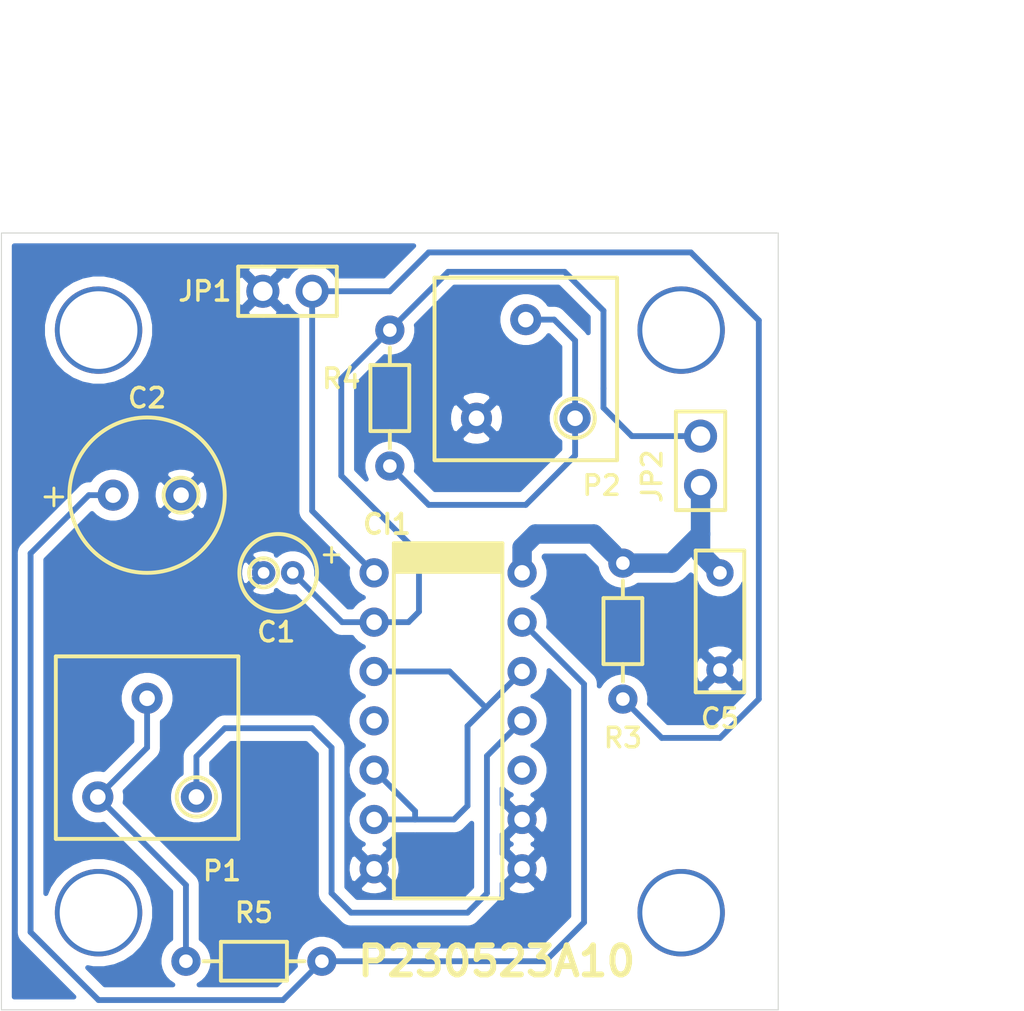
<source format=kicad_pcb>
(kicad_pcb (version 20171130) (host pcbnew "(5.1.12)-1")

  (general
    (thickness 1.6)
    (drawings 7)
    (tracks 91)
    (zones 0)
    (modules 11)
    (nets 12)
  )

  (page A4)
  (layers
    (0 F.Cu signal)
    (31 B.Cu signal)
    (32 B.Adhes user)
    (33 F.Adhes user)
    (34 B.Paste user)
    (35 F.Paste user)
    (36 B.SilkS user)
    (37 F.SilkS user)
    (38 B.Mask user)
    (39 F.Mask user)
    (40 Dwgs.User user)
    (41 Cmts.User user)
    (42 Eco1.User user)
    (43 Eco2.User user)
    (44 Edge.Cuts user)
    (45 Margin user)
    (46 B.CrtYd user)
    (47 F.CrtYd user)
    (48 B.Fab user)
    (49 F.Fab user)
  )

  (setup
    (last_trace_width 0.25)
    (user_trace_width 0.3)
    (user_trace_width 1)
    (trace_clearance 0.2)
    (zone_clearance 0.508)
    (zone_45_only no)
    (trace_min 0.2)
    (via_size 0.8)
    (via_drill 0.4)
    (via_min_size 0.4)
    (via_min_drill 0.3)
    (user_via 4.5 4)
    (uvia_size 0.3)
    (uvia_drill 0.1)
    (uvias_allowed no)
    (uvia_min_size 0.2)
    (uvia_min_drill 0.1)
    (edge_width 0.05)
    (segment_width 0.2)
    (pcb_text_width 0.3)
    (pcb_text_size 1.5 1.5)
    (mod_edge_width 0.12)
    (mod_text_size 1 1)
    (mod_text_width 0.15)
    (pad_size 1.524 1.524)
    (pad_drill 0.762)
    (pad_to_mask_clearance 0)
    (aux_axis_origin 0 0)
    (visible_elements 7FFFF77F)
    (pcbplotparams
      (layerselection 0x01070_fffffffe)
      (usegerberextensions false)
      (usegerberattributes true)
      (usegerberadvancedattributes true)
      (creategerberjobfile true)
      (excludeedgelayer true)
      (linewidth 0.100000)
      (plotframeref false)
      (viasonmask false)
      (mode 1)
      (useauxorigin false)
      (hpglpennumber 1)
      (hpglpenspeed 20)
      (hpglpendiameter 15.000000)
      (psnegative false)
      (psa4output false)
      (plotreference true)
      (plotvalue true)
      (plotinvisibletext false)
      (padsonsilk false)
      (subtractmaskfromsilk false)
      (outputformat 1)
      (mirror false)
      (drillshape 0)
      (scaleselection 1)
      (outputdirectory "Gerbers/"))
  )

  (net 0 "")
  (net 1 "Net-(C1-Pad1)")
  (net 2 GND)
  (net 3 "Net-(C2-Pad1)")
  (net 4 +9.0V)
  (net 5 "Net-(CI1-Pad1)")
  (net 6 "Net-(CI1-Pad11)")
  (net 7 "Net-(CI1-Pad12)")
  (net 8 "Net-(CI1-Pad4)")
  (net 9 "Net-(CI1-Pad10)")
  (net 10 "Net-(P1-Pad2)")
  (net 11 "Net-(P2-Pad1)")

  (net_class Default "This is the default net class."
    (clearance 0.2)
    (trace_width 0.25)
    (via_dia 0.8)
    (via_drill 0.4)
    (uvia_dia 0.3)
    (uvia_drill 0.1)
    (add_net +9.0V)
    (add_net GND)
    (add_net "Net-(C1-Pad1)")
    (add_net "Net-(C2-Pad1)")
    (add_net "Net-(CI1-Pad1)")
    (add_net "Net-(CI1-Pad10)")
    (add_net "Net-(CI1-Pad11)")
    (add_net "Net-(CI1-Pad12)")
    (add_net "Net-(CI1-Pad4)")
    (add_net "Net-(P1-Pad2)")
    (add_net "Net-(P2-Pad1)")
  )

  (module "Capacitores:Capacitor(Eletrolitico)-Radial(4.0x7.0)mm-(Azul_Marinho)" (layer F.Cu) (tedit 62273615) (tstamp 6497372C)
    (at 139.25 137.5 180)
    (descr "Capacitor eletrolítico de aluminio, Pth, Radial(D=4.0mm A=7.0mm Passo=1.5mm)")
    (tags "Capacitor,Capacitor(Eletrolitico),Radial(4.0)")
    (path /64984727)
    (fp_text reference C1 (at 0.1 -3.05) (layer F.SilkS)
      (effects (font (size 1 1) (thickness 0.18)))
    )
    (fp_text value "10uF(25V)-Panasonic(FCA)" (at 0 -5.1) (layer F.Fab) hide
      (effects (font (size 1 1) (thickness 0.15)))
    )
    (fp_circle (center 0.75 0) (end 0 0) (layer F.SilkS) (width 0.2))
    (fp_circle (center 0 0) (end 2 0) (layer F.SilkS) (width 0.2))
    (fp_text user + (at -2.75 1) (layer F.SilkS)
      (effects (font (size 1 1) (thickness 0.15)))
    )
    (pad 1 thru_hole circle (at -0.75 0 180) (size 1.2 1.2) (drill 0.6) (layers *.Cu *.Mask)
      (net 1 "Net-(C1-Pad1)") (solder_mask_margin 0.1))
    (pad 2 thru_hole circle (at 0.75 0 180) (size 1.2 1.2) (drill 0.6) (layers *.Cu *.Mask)
      (net 2 GND) (solder_mask_margin 0.1))
    (model "${USER__3D}/Capacitores.3dshapes/Capacitor Eletrolitico Radial, Pth (D=4.0 H=7.0 P=1.5)mm, Azul Marinho.step"
      (at (xyz 0 0 0))
      (scale (xyz 1 1 1))
      (rotate (xyz 0 0 0))
    )
  )

  (module "Capacitores:Capacitor(Eletrolitico)-Radial(8.0x11.5)mm-(Azul_Marinho)" (layer F.Cu) (tedit 622736B2) (tstamp 64973735)
    (at 132.5 133.5)
    (descr "Capacitor eletrolítico de aluminio, Pth, Radial(D=8.0mm A=11.0mm Passo=3.5mm)")
    (tags "Capacitor,Capacitor(Eletrolitico),Radial(8.0)")
    (path /649B1A51)
    (fp_text reference C2 (at 0 -5) (layer F.SilkS)
      (effects (font (size 1 1) (thickness 0.18)))
    )
    (fp_text value "220uF(16V)-Panasonic(FCA)" (at 0 -6.5) (layer F.Fab) hide
      (effects (font (size 1 1) (thickness 0.15)))
    )
    (fp_circle (center -0.000499 0) (end 4 -0.05) (layer F.SilkS) (width 0.2))
    (fp_circle (center 1.748613 0) (end 2.648613 0) (layer F.SilkS) (width 0.2))
    (fp_text user + (at -4.8 0) (layer F.SilkS)
      (effects (font (size 1.2 1.2) (thickness 0.15)))
    )
    (pad 1 thru_hole circle (at -1.75 0) (size 1.6 1.6) (drill 0.8) (layers *.Cu *.Mask)
      (net 3 "Net-(C2-Pad1)") (solder_mask_margin 0.1))
    (pad 2 thru_hole circle (at 1.75 0) (size 1.6 1.6) (drill 0.8) (layers *.Cu *.Mask)
      (net 2 GND) (solder_mask_margin 0.1))
    (model "${USER__3D}/Capacitores.3dshapes/Capacitor Eletrolitico Radial, Pth (D=8.0 H=11.5 P=3.5)mm, Azul Marinho.step"
      (at (xyz 0 0 0))
      (scale (xyz 1 1 1))
      (rotate (xyz 0 0 0))
    )
  )

  (module "Capacitores:Capacitor(MKT)-TDK(B32529)-(7.3x2.5x6.5)mm" (layer F.Cu) (tedit 622A3979) (tstamp 6497373F)
    (at 162 140 270)
    (descr "Capacitor de filme de poliester, Pth, (Passo=5.0mm)")
    (tags "Capacitor,Capacitor(MKT)")
    (path /64998106)
    (fp_text reference C5 (at 5 0 180) (layer F.SilkS)
      (effects (font (size 1 1) (thickness 0.18)))
    )
    (fp_text value "10nF(63V)-TDK(B32529)-(10%)" (at 0 -4.25 90) (layer F.Fab) hide
      (effects (font (size 1 1) (thickness 0.15)))
    )
    (fp_line (start -3.65 1.25) (end -3.65 -1.25) (layer F.SilkS) (width 0.2))
    (fp_line (start 3.65 1.25) (end -3.65 1.25) (layer F.SilkS) (width 0.2))
    (fp_line (start 3.65 -1.25) (end 3.65 1.25) (layer F.SilkS) (width 0.2))
    (fp_line (start -3.65 -1.25) (end 3.65 -1.25) (layer F.SilkS) (width 0.2))
    (pad 1 thru_hole circle (at -2.5 0 270) (size 1.4 1.4) (drill 0.7) (layers *.Cu *.Mask)
      (net 4 +9.0V) (solder_mask_margin 0.1))
    (pad 2 thru_hole circle (at 2.5 0 270) (size 1.4 1.4) (drill 0.7) (layers *.Cu *.Mask)
      (net 2 GND) (solder_mask_margin 0.1))
    (model "${USER__3D}/Capacitores.3dshapes/(Tdk) B32529, (L=7.3 W=2.5 H=6.5 P=5.0)mm-Azul.step"
      (offset (xyz -3.65 0 0.1))
      (scale (xyz 1 1 1))
      (rotate (xyz 0 0 0))
    )
  )

  (module DIP:PDIP014N (layer F.Cu) (tedit 6231FAEF) (tstamp 6497375A)
    (at 148 137.5 270)
    (descr "Package DIP14N (Plastico)")
    (tags "Package(DIP14)")
    (path /64970A31)
    (fp_text reference CI1 (at -2.5 4.5 180) (layer F.SilkS)
      (effects (font (size 1 1) (thickness 0.2)) (justify left))
    )
    (fp_text value CD4093BE (at -1.524 -7.366 90) (layer F.Fab) hide
      (effects (font (size 1 1) (thickness 0.15)) (justify right))
    )
    (fp_line (start 16.764 -2.794) (end -1.524 -2.794) (layer F.SilkS) (width 0.2))
    (fp_line (start -1.524 2.794) (end 16.764 2.794) (layer F.SilkS) (width 0.2))
    (fp_line (start -1.524 -2.794) (end -1.524 2.794) (layer F.SilkS) (width 0.2))
    (fp_line (start 16.764 -2.794) (end 16.764 2.794) (layer F.SilkS) (width 0.2))
    (fp_poly (pts (xy 0 2.794) (xy -1.524 2.794) (xy -1.524 -2.794) (xy 0 -2.794)) (layer F.SilkS) (width 0.1))
    (fp_line (start -1.524 -4.826) (end 16.764 -4.826) (layer F.CrtYd) (width 0.2))
    (fp_line (start 16.764 -4.826) (end 16.764 4.826) (layer F.CrtYd) (width 0.2))
    (fp_line (start 16.764 4.826) (end -1.524 4.826) (layer F.CrtYd) (width 0.2))
    (fp_line (start -1.524 4.826) (end -1.524 -4.826) (layer F.CrtYd) (width 0.2))
    (pad 1 thru_hole circle (at 0 3.81 270) (size 1.5 1.5) (drill 0.8) (layers *.Cu *.Mask)
      (net 5 "Net-(CI1-Pad1)") (solder_mask_margin 0.1))
    (pad 2 thru_hole circle (at 2.54 3.81 270) (size 1.5 1.5) (drill 0.8) (layers *.Cu *.Mask)
      (net 1 "Net-(C1-Pad1)") (solder_mask_margin 0.1))
    (pad 11 thru_hole circle (at 7.62 -3.81 270) (size 1.5 1.5) (drill 0.8) (layers *.Cu *.Mask)
      (net 6 "Net-(CI1-Pad11)") (solder_mask_margin 0.1))
    (pad 12 thru_hole circle (at 5.08 -3.81 270) (size 1.5 1.5) (drill 0.8) (layers *.Cu *.Mask)
      (net 7 "Net-(CI1-Pad12)") (solder_mask_margin 0.1))
    (pad 3 thru_hole circle (at 5.08 3.81 270) (size 1.5 1.5) (drill 0.8) (layers *.Cu *.Mask)
      (net 7 "Net-(CI1-Pad12)") (solder_mask_margin 0.1))
    (pad 4 thru_hole circle (at 7.62 3.81 270) (size 1.5 1.5) (drill 0.8) (layers *.Cu *.Mask)
      (net 8 "Net-(CI1-Pad4)") (solder_mask_margin 0.1))
    (pad 14 thru_hole circle (at 0 -3.81 270) (size 1.5 1.5) (drill 0.8) (layers *.Cu *.Mask)
      (net 4 +9.0V) (solder_mask_margin 0.1))
    (pad 13 thru_hole circle (at 2.54 -3.81 270) (size 1.5 1.5) (drill 0.8) (layers *.Cu *.Mask)
      (net 3 "Net-(C2-Pad1)") (solder_mask_margin 0.1))
    (pad 5 thru_hole circle (at 10.16 3.81 270) (size 1.5 1.5) (drill 0.8) (layers *.Cu *.Mask)
      (net 7 "Net-(CI1-Pad12)") (solder_mask_margin 0.1))
    (pad 6 thru_hole circle (at 12.7 3.81 270) (size 1.5 1.5) (drill 0.8) (layers *.Cu *.Mask)
      (net 7 "Net-(CI1-Pad12)") (solder_mask_margin 0.1))
    (pad 7 thru_hole circle (at 15.24 3.81 270) (size 1.5 1.5) (drill 0.8) (layers *.Cu *.Mask)
      (net 2 GND) (solder_mask_margin 0.1))
    (pad 9 thru_hole circle (at 12.7 -3.81 270) (size 1.5 1.5) (drill 0.8) (layers *.Cu *.Mask)
      (net 2 GND) (solder_mask_margin 0.1))
    (pad 10 thru_hole circle (at 10.16 -3.81 270) (size 1.5 1.5) (drill 0.8) (layers *.Cu *.Mask)
      (net 9 "Net-(CI1-Pad10)") (solder_mask_margin 0.1))
    (pad 8 thru_hole circle (at 15.24 -3.81 270) (size 1.5 1.5) (drill 0.8) (layers *.Cu *.Mask)
      (net 2 GND) (solder_mask_margin 0.1))
    (model ${USER__3D}/DIP.3dshapes/DIP14N.step
      (offset (xyz 7.62 0 -2.6))
      (scale (xyz 1 1 1))
      (rotate (xyz 0 0 -90))
    )
  )

  (module Conetores:BPSC-02 (layer F.Cu) (tedit 6230873E) (tstamp 64973768)
    (at 141 123 180)
    (descr "Barra de pinos de fila simples,Pth,180°,6.0mm")
    (tags "Conector(BP), Conector(BPSC), Barra de pinos")
    (path /6497B29D)
    (fp_text reference JP1 (at 7 0) (layer F.SilkS)
      (effects (font (size 1 1) (thickness 0.18)) (justify left))
    )
    (fp_text value "BPSC-02(Metaltex-BP)" (at -1.524 -3.81) (layer F.Fab) hide
      (effects (font (size 1 1) (thickness 0.15)) (justify right))
    )
    (fp_line (start -1.27 -1.27) (end 3.81 -1.27) (layer F.SilkS) (width 0.2))
    (fp_line (start 3.81 -1.27) (end 3.81 1.27) (layer F.SilkS) (width 0.2))
    (fp_line (start 3.81 1.27) (end -1.27 1.27) (layer F.SilkS) (width 0.2))
    (fp_line (start -1.27 1.27) (end -1.27 -1.27) (layer F.SilkS) (width 0.2))
    (fp_line (start -1.27 -1.27) (end 3.81 -1.27) (layer F.CrtYd) (width 0.2))
    (fp_line (start 3.81 -1.27) (end 3.81 1.27) (layer F.CrtYd) (width 0.2))
    (fp_line (start 3.81 1.27) (end -1.27 1.27) (layer F.CrtYd) (width 0.2))
    (fp_line (start -1.27 1.27) (end -1.27 -1.27) (layer F.CrtYd) (width 0.2))
    (pad 1 thru_hole circle (at 0 0 180) (size 1.7 1.7) (drill 1) (layers *.Cu *.Mask)
      (net 5 "Net-(CI1-Pad1)") (solder_mask_margin 0.1))
    (pad 2 thru_hole circle (at 2.54 0 180) (size 1.7 1.7) (drill 1) (layers *.Cu *.Mask)
      (net 2 GND) (solder_mask_margin 0.1))
    (model "${USER__3D}/Conectores.3dshapes/(Metaltex) Barra de pinos BPSC-02.step"
      (offset (xyz -1.27 -1.27 0))
      (scale (xyz 1 1 1))
      (rotate (xyz 0 0 0))
    )
  )

  (module Conetores:BPSC-02 (layer F.Cu) (tedit 6230873E) (tstamp 64973776)
    (at 161 133 90)
    (descr "Barra de pinos de fila simples,Pth,180°,6.0mm")
    (tags "Conector(BP), Conector(BPSC), Barra de pinos")
    (path /6499D328)
    (fp_text reference JP2 (at -1 -2.5 90) (layer F.SilkS)
      (effects (font (size 1 1) (thickness 0.18)) (justify left))
    )
    (fp_text value "BPSC-02(Metaltex-BP)" (at -1.524 -3.81 90) (layer F.Fab) hide
      (effects (font (size 1 1) (thickness 0.15)) (justify left))
    )
    (fp_line (start -1.27 1.27) (end -1.27 -1.27) (layer F.CrtYd) (width 0.2))
    (fp_line (start 3.81 1.27) (end -1.27 1.27) (layer F.CrtYd) (width 0.2))
    (fp_line (start 3.81 -1.27) (end 3.81 1.27) (layer F.CrtYd) (width 0.2))
    (fp_line (start -1.27 -1.27) (end 3.81 -1.27) (layer F.CrtYd) (width 0.2))
    (fp_line (start -1.27 1.27) (end -1.27 -1.27) (layer F.SilkS) (width 0.2))
    (fp_line (start 3.81 1.27) (end -1.27 1.27) (layer F.SilkS) (width 0.2))
    (fp_line (start 3.81 -1.27) (end 3.81 1.27) (layer F.SilkS) (width 0.2))
    (fp_line (start -1.27 -1.27) (end 3.81 -1.27) (layer F.SilkS) (width 0.2))
    (pad 2 thru_hole circle (at 2.54 0 90) (size 1.7 1.7) (drill 1) (layers *.Cu *.Mask)
      (net 1 "Net-(C1-Pad1)") (solder_mask_margin 0.1))
    (pad 1 thru_hole circle (at 0 0 90) (size 1.7 1.7) (drill 1) (layers *.Cu *.Mask)
      (net 4 +9.0V) (solder_mask_margin 0.1))
    (model "${USER__3D}/Conectores.3dshapes/(Metaltex) Barra de pinos BPSC-02.step"
      (offset (xyz -1.27 -1.27 0))
      (scale (xyz 1 1 1))
      (rotate (xyz 0 0 0))
    )
  )

  (module "Potenciometros:TRIMPOT-Bourns(3386-F)" (layer F.Cu) (tedit 6233280F) (tstamp 64973786)
    (at 132.5 146.5 180)
    (descr "Trimpot retangular Bourns 3386-F, Pth")
    (tags "Potenciometro,Trimpot(3386)")
    (path /649B55ED)
    (fp_text reference P1 (at -4.953 -6.35) (layer F.SilkS)
      (effects (font (size 1 1) (thickness 0.18)) (justify right))
    )
    (fp_text value "10K-Bourns(3386-F)" (at -5.08 -8.001) (layer F.Fab) hide
      (effects (font (size 1 1) (thickness 0.15)) (justify right))
    )
    (fp_line (start -4.699 4.699) (end -4.699 -4.699) (layer F.CrtYd) (width 0.2))
    (fp_line (start 4.699 4.699) (end -4.699 4.699) (layer F.CrtYd) (width 0.2))
    (fp_line (start 4.699 -4.699) (end 4.699 4.699) (layer F.CrtYd) (width 0.2))
    (fp_line (start -4.699 -4.699) (end 4.699 -4.699) (layer F.CrtYd) (width 0.2))
    (fp_line (start -4.7 -4.7) (end 4.7 -4.7) (layer F.SilkS) (width 0.2))
    (fp_line (start 4.7 -4.7) (end 4.7 4.7) (layer F.SilkS) (width 0.2))
    (fp_line (start 4.7 4.7) (end -4.7 4.7) (layer F.SilkS) (width 0.2))
    (fp_line (start -4.7 4.7) (end -4.7 -4.7) (layer F.SilkS) (width 0.2))
    (fp_circle (center -2.54 -2.54) (end -1.524 -2.54) (layer F.SilkS) (width 0.2))
    (pad 3 thru_hole circle (at 2.54 -2.54 180) (size 1.6 1.6) (drill 0.8) (layers *.Cu *.Mask)
      (net 10 "Net-(P1-Pad2)") (solder_mask_margin 0.1))
    (pad 2 thru_hole circle (at 0 2.54 180) (size 1.6 1.6) (drill 0.8) (layers *.Cu *.Mask)
      (net 10 "Net-(P1-Pad2)") (solder_mask_margin 0.1))
    (pad 1 thru_hole circle (at -2.54 -2.54 180) (size 1.6 1.6) (drill 0.8) (layers *.Cu *.Mask)
      (net 6 "Net-(CI1-Pad11)") (solder_mask_margin 0.1))
    (model "${USER__3D}/Potenciometros.3dshapes/(Bourns) Trimpot (3386-F).step"
      (offset (xyz -4.76 -4.8 0.3))
      (scale (xyz 1 1 1))
      (rotate (xyz 0 0 0))
    )
  )

  (module "Potenciometros:TRIMPOT-Bourns(3386-F)" (layer F.Cu) (tedit 6233280F) (tstamp 64973796)
    (at 152 127 180)
    (descr "Trimpot retangular Bourns 3386-F, Pth")
    (tags "Potenciometro,Trimpot(3386)")
    (path /6498C4AB)
    (fp_text reference P2 (at -5 -6) (layer F.SilkS)
      (effects (font (size 1 1) (thickness 0.18)) (justify right))
    )
    (fp_text value "1M-Bourns(3386-F)" (at -5.08 -8.001) (layer F.Fab) hide
      (effects (font (size 1 1) (thickness 0.15)) (justify right))
    )
    (fp_circle (center -2.54 -2.54) (end -1.524 -2.54) (layer F.SilkS) (width 0.2))
    (fp_line (start -4.7 4.7) (end -4.7 -4.7) (layer F.SilkS) (width 0.2))
    (fp_line (start 4.7 4.7) (end -4.7 4.7) (layer F.SilkS) (width 0.2))
    (fp_line (start 4.7 -4.7) (end 4.7 4.7) (layer F.SilkS) (width 0.2))
    (fp_line (start -4.7 -4.7) (end 4.7 -4.7) (layer F.SilkS) (width 0.2))
    (fp_line (start -4.699 -4.699) (end 4.699 -4.699) (layer F.CrtYd) (width 0.2))
    (fp_line (start 4.699 -4.699) (end 4.699 4.699) (layer F.CrtYd) (width 0.2))
    (fp_line (start 4.699 4.699) (end -4.699 4.699) (layer F.CrtYd) (width 0.2))
    (fp_line (start -4.699 4.699) (end -4.699 -4.699) (layer F.CrtYd) (width 0.2))
    (pad 1 thru_hole circle (at -2.54 -2.54 180) (size 1.6 1.6) (drill 0.8) (layers *.Cu *.Mask)
      (net 11 "Net-(P2-Pad1)") (solder_mask_margin 0.1))
    (pad 2 thru_hole circle (at 0 2.54 180) (size 1.6 1.6) (drill 0.8) (layers *.Cu *.Mask)
      (net 11 "Net-(P2-Pad1)") (solder_mask_margin 0.1))
    (pad 3 thru_hole circle (at 2.54 -2.54 180) (size 1.6 1.6) (drill 0.8) (layers *.Cu *.Mask)
      (net 2 GND) (solder_mask_margin 0.1))
    (model "${USER__3D}/Potenciometros.3dshapes/(Bourns) Trimpot (3386-F).step"
      (offset (xyz -4.76 -4.8 0.3))
      (scale (xyz 1 1 1))
      (rotate (xyz 0 0 0))
    )
  )

  (module "Resistores:CFR12-(5p)" (layer F.Cu) (tedit 62116BDC) (tstamp 649737A2)
    (at 157 137 270)
    (descr "Resistor de filme de carbono, Pth, 5%, (Passo = 7.0mm)")
    (tags "Footprint(CFR12),Footprint(CR12)")
    (path /64982CCB)
    (fp_text reference R3 (at 9 0 180) (layer F.SilkS)
      (effects (font (size 1 1) (thickness 0.18)))
    )
    (fp_text value "CFR12-(5%)" (at 3.5 3.3 90) (layer F.Fab) hide
      (effects (font (size 1 1) (thickness 0.15)))
    )
    (fp_line (start 5.2 0) (end 6.1 0) (layer F.SilkS) (width 0.2))
    (fp_line (start 1.8 0) (end 0.9 0) (layer F.SilkS) (width 0.2))
    (fp_line (start 5.2 -1) (end 1.8 -1) (layer F.SilkS) (width 0.2))
    (fp_line (start 5.2 1) (end 5.2 -1) (layer F.SilkS) (width 0.2))
    (fp_line (start 1.8 1) (end 5.2 1) (layer F.SilkS) (width 0.2))
    (fp_line (start 1.8 -1) (end 1.8 1) (layer F.SilkS) (width 0.2))
    (pad 1 thru_hole circle (at 0 0 270) (size 1.5 1.5) (drill 0.7) (layers *.Cu *.Mask)
      (net 4 +9.0V) (solder_mask_margin 0.1))
    (pad 2 thru_hole circle (at 7 0 270) (size 1.5 1.5) (drill 0.7) (layers *.Cu *.Mask)
      (net 5 "Net-(CI1-Pad1)") (solder_mask_margin 0.1))
    (model "${USER__3D}/Resistores.3dshapes/CFR12 - Carbon film, 5%, P=7,0mm.step"
      (offset (xyz 3.5 0 1.15))
      (scale (xyz 1 1 1))
      (rotate (xyz 0 0 0))
    )
  )

  (module "Resistores:CFR12-(5p)" (layer F.Cu) (tedit 62116BDC) (tstamp 649737AE)
    (at 145 125 270)
    (descr "Resistor de filme de carbono, Pth, 5%, (Passo = 7.0mm)")
    (tags "Footprint(CFR12),Footprint(CR12)")
    (path /649878CD)
    (fp_text reference R4 (at 2.5 2.5) (layer F.SilkS)
      (effects (font (size 1 1) (thickness 0.18)))
    )
    (fp_text value "CFR12-(5%)" (at 3.5 3.3 90) (layer F.Fab) hide
      (effects (font (size 1 1) (thickness 0.15)))
    )
    (fp_line (start 1.8 -1) (end 1.8 1) (layer F.SilkS) (width 0.2))
    (fp_line (start 1.8 1) (end 5.2 1) (layer F.SilkS) (width 0.2))
    (fp_line (start 5.2 1) (end 5.2 -1) (layer F.SilkS) (width 0.2))
    (fp_line (start 5.2 -1) (end 1.8 -1) (layer F.SilkS) (width 0.2))
    (fp_line (start 1.8 0) (end 0.9 0) (layer F.SilkS) (width 0.2))
    (fp_line (start 5.2 0) (end 6.1 0) (layer F.SilkS) (width 0.2))
    (pad 2 thru_hole circle (at 7 0 270) (size 1.5 1.5) (drill 0.7) (layers *.Cu *.Mask)
      (net 11 "Net-(P2-Pad1)") (solder_mask_margin 0.1))
    (pad 1 thru_hole circle (at 0 0 270) (size 1.5 1.5) (drill 0.7) (layers *.Cu *.Mask)
      (net 1 "Net-(C1-Pad1)") (solder_mask_margin 0.1))
    (model "${USER__3D}/Resistores.3dshapes/CFR12 - Carbon film, 5%, P=7,0mm.step"
      (offset (xyz 3.5 0 1.15))
      (scale (xyz 1 1 1))
      (rotate (xyz 0 0 0))
    )
  )

  (module "Resistores:CFR12-(5p)" (layer F.Cu) (tedit 62116BDC) (tstamp 649737BA)
    (at 134.5 157.5)
    (descr "Resistor de filme de carbono, Pth, 5%, (Passo = 7.0mm)")
    (tags "Footprint(CFR12),Footprint(CR12)")
    (path /649B3180)
    (fp_text reference R5 (at 3.5 -2.5) (layer F.SilkS)
      (effects (font (size 1 1) (thickness 0.18)))
    )
    (fp_text value "CFR12-(5%)" (at 3.5 3.3) (layer F.Fab) hide
      (effects (font (size 1 1) (thickness 0.15)))
    )
    (fp_line (start 5.2 0) (end 6.1 0) (layer F.SilkS) (width 0.2))
    (fp_line (start 1.8 0) (end 0.9 0) (layer F.SilkS) (width 0.2))
    (fp_line (start 5.2 -1) (end 1.8 -1) (layer F.SilkS) (width 0.2))
    (fp_line (start 5.2 1) (end 5.2 -1) (layer F.SilkS) (width 0.2))
    (fp_line (start 1.8 1) (end 5.2 1) (layer F.SilkS) (width 0.2))
    (fp_line (start 1.8 -1) (end 1.8 1) (layer F.SilkS) (width 0.2))
    (pad 1 thru_hole circle (at 0 0) (size 1.5 1.5) (drill 0.7) (layers *.Cu *.Mask)
      (net 10 "Net-(P1-Pad2)") (solder_mask_margin 0.1))
    (pad 2 thru_hole circle (at 7 0) (size 1.5 1.5) (drill 0.7) (layers *.Cu *.Mask)
      (net 3 "Net-(C2-Pad1)") (solder_mask_margin 0.1))
    (model "${USER__3D}/Resistores.3dshapes/CFR12 - Carbon film, 5%, P=7,0mm.step"
      (offset (xyz 3.5 0 1.15))
      (scale (xyz 1 1 1))
      (rotate (xyz 0 0 0))
    )
  )

  (dimension 40 (width 0.15) (layer Dwgs.User)
    (gr_text "40,000 mm" (at 176.3 140 270) (layer Dwgs.User)
      (effects (font (size 1 1) (thickness 0.15)))
    )
    (feature1 (pts (xy 165 160) (xy 175.586421 160)))
    (feature2 (pts (xy 165 120) (xy 175.586421 120)))
    (crossbar (pts (xy 175 120) (xy 175 160)))
    (arrow1a (pts (xy 175 160) (xy 174.413579 158.873496)))
    (arrow1b (pts (xy 175 160) (xy 175.586421 158.873496)))
    (arrow2a (pts (xy 175 120) (xy 174.413579 121.126504)))
    (arrow2b (pts (xy 175 120) (xy 175.586421 121.126504)))
  )
  (dimension 40 (width 0.15) (layer Dwgs.User)
    (gr_text "40,000 mm" (at 145 108.7) (layer Dwgs.User)
      (effects (font (size 1 1) (thickness 0.15)))
    )
    (feature1 (pts (xy 165 120) (xy 165 109.413579)))
    (feature2 (pts (xy 125 120) (xy 125 109.413579)))
    (crossbar (pts (xy 125 110) (xy 165 110)))
    (arrow1a (pts (xy 165 110) (xy 163.873496 110.586421)))
    (arrow1b (pts (xy 165 110) (xy 163.873496 109.413579)))
    (arrow2a (pts (xy 125 110) (xy 126.126504 110.586421)))
    (arrow2b (pts (xy 125 110) (xy 126.126504 109.413579)))
  )
  (gr_text P230523A10 (at 150.5 157.5) (layer F.SilkS)
    (effects (font (size 1.5 1.5) (thickness 0.3)))
  )
  (gr_line (start 125 160) (end 125 120) (layer Edge.Cuts) (width 0.05))
  (gr_line (start 165 160) (end 125 160) (layer Edge.Cuts) (width 0.05))
  (gr_line (start 165 120) (end 165 160) (layer Edge.Cuts) (width 0.05))
  (gr_line (start 125 120) (end 165 120) (layer Edge.Cuts) (width 0.05))

  (via (at 130 125) (size 4.5) (drill 4) (layers F.Cu B.Cu) (net 0))
  (via (at 160 125) (size 4.5) (drill 4) (layers F.Cu B.Cu) (net 0))
  (via (at 130 155) (size 4.5) (drill 4) (layers F.Cu B.Cu) (net 0))
  (via (at 160 155) (size 4.5) (drill 4) (layers F.Cu B.Cu) (net 0))
  (segment (start 154 122) (end 148 122) (width 0.3) (layer B.Cu) (net 1))
  (segment (start 156 124) (end 154 122) (width 0.3) (layer B.Cu) (net 1))
  (segment (start 157.46 130.46) (end 156 129) (width 0.3) (layer B.Cu) (net 1))
  (segment (start 148 122) (end 145 125) (width 0.3) (layer B.Cu) (net 1))
  (segment (start 161 130.46) (end 157.46 130.46) (width 0.3) (layer B.Cu) (net 1))
  (segment (start 156 129) (end 156 128) (width 0.3) (layer B.Cu) (net 1))
  (segment (start 156 128) (end 156 124) (width 0.3) (layer B.Cu) (net 1))
  (segment (start 144.04 140.04) (end 144.19 140.04) (width 0.3) (layer B.Cu) (net 1))
  (segment (start 161.46 130.46) (end 161 130.46) (width 0.3) (layer B.Cu) (net 1))
  (segment (start 142.54 140.04) (end 140 137.5) (width 0.3) (layer B.Cu) (net 1))
  (segment (start 144.19 140.04) (end 142.54 140.04) (width 0.3) (layer B.Cu) (net 1))
  (segment (start 142.5 127.5) (end 145 125) (width 0.3) (layer B.Cu) (net 1))
  (segment (start 142.5 132.5) (end 142.5 127.5) (width 0.3) (layer B.Cu) (net 1))
  (segment (start 146.5 136.5) (end 142.5 132.5) (width 0.3) (layer B.Cu) (net 1))
  (segment (start 146.5 139.5) (end 146.5 136.5) (width 0.3) (layer B.Cu) (net 1))
  (segment (start 145.96 140.04) (end 146.5 139.5) (width 0.3) (layer B.Cu) (net 1))
  (segment (start 144.19 140.04) (end 145.96 140.04) (width 0.3) (layer B.Cu) (net 1))
  (segment (start 162 142.5) (end 162 143) (width 0.3) (layer B.Cu) (net 2))
  (segment (start 162.5 142.5) (end 162 142.5) (width 0.3) (layer B.Cu) (net 2))
  (segment (start 151.81 140.31) (end 151.81 140.04) (width 0.3) (layer B.Cu) (net 3))
  (segment (start 130.75 133.5) (end 130.5 133.5) (width 0.3) (layer B.Cu) (net 3))
  (segment (start 130 159.5) (end 139.5 159.5) (width 0.3) (layer B.Cu) (net 3))
  (segment (start 126.5 156) (end 130 159.5) (width 0.3) (layer B.Cu) (net 3))
  (segment (start 139.5 159.5) (end 141.5 157.5) (width 0.3) (layer B.Cu) (net 3))
  (segment (start 126.5 136.5) (end 126.5 156) (width 0.3) (layer B.Cu) (net 3))
  (segment (start 129.5 133.5) (end 126.5 136.5) (width 0.3) (layer B.Cu) (net 3))
  (segment (start 130.75 133.5) (end 129.5 133.5) (width 0.3) (layer B.Cu) (net 3))
  (segment (start 151.81 140.04) (end 155 143.23) (width 0.3) (layer B.Cu) (net 3))
  (segment (start 155 155.5) (end 153 157.5) (width 0.3) (layer B.Cu) (net 3))
  (segment (start 155 143.23) (end 155 155.5) (width 0.3) (layer B.Cu) (net 3))
  (segment (start 153 157.5) (end 141.5 157.5) (width 0.3) (layer B.Cu) (net 3))
  (segment (start 161 133) (end 161 133.5) (width 1) (layer B.Cu) (net 4))
  (segment (start 161 136.5) (end 162 137.5) (width 1) (layer B.Cu) (net 4))
  (segment (start 159.5 137) (end 161 135.5) (width 1) (layer B.Cu) (net 4))
  (segment (start 157 137) (end 159.5 137) (width 1) (layer B.Cu) (net 4))
  (segment (start 161 135.5) (end 161 136.5) (width 1) (layer B.Cu) (net 4))
  (segment (start 161 133) (end 161 135.5) (width 1) (layer B.Cu) (net 4))
  (segment (start 151.81 137.5) (end 151.81 136.19) (width 1) (layer B.Cu) (net 4))
  (segment (start 151.81 136.19) (end 152.5 135.5) (width 1) (layer B.Cu) (net 4))
  (segment (start 152.5 135.5) (end 155.5 135.5) (width 1) (layer B.Cu) (net 4))
  (segment (start 157 137) (end 157 137.5) (width 0.3) (layer F.Cu) (net 4))
  (segment (start 155.5 135.5) (end 156.5 136.5) (width 1) (layer B.Cu) (net 4))
  (segment (start 157 137) (end 156.5 136.5) (width 0.3) (layer B.Cu) (net 4))
  (segment (start 157 144.5) (end 157 144) (width 0.3) (layer B.Cu) (net 5))
  (segment (start 141 134.31) (end 144.19 137.5) (width 0.3) (layer B.Cu) (net 5))
  (segment (start 141 123) (end 141 134.31) (width 0.3) (layer B.Cu) (net 5))
  (segment (start 144.19 137.5) (end 144.19 137.31) (width 0.3) (layer B.Cu) (net 5))
  (segment (start 141 123) (end 145 123) (width 0.3) (layer B.Cu) (net 5))
  (segment (start 145 123) (end 147 121) (width 0.3) (layer B.Cu) (net 5))
  (segment (start 147 121) (end 160.5 121) (width 0.3) (layer B.Cu) (net 5))
  (segment (start 160.5 121) (end 164 124.5) (width 0.3) (layer B.Cu) (net 5))
  (segment (start 164 124.5) (end 164 144) (width 0.3) (layer B.Cu) (net 5))
  (segment (start 164 144) (end 162 146) (width 0.3) (layer B.Cu) (net 5))
  (segment (start 159 146) (end 157 144) (width 0.3) (layer B.Cu) (net 5))
  (segment (start 162 146) (end 159 146) (width 0.3) (layer B.Cu) (net 5))
  (segment (start 135.04 149.04) (end 135.04 149.46) (width 0.3) (layer B.Cu) (net 6))
  (segment (start 151.81 145.12) (end 150 146.93) (width 0.3) (layer B.Cu) (net 6))
  (segment (start 150 146.93) (end 150 154) (width 0.3) (layer B.Cu) (net 6))
  (segment (start 150 154) (end 149 155) (width 0.3) (layer B.Cu) (net 6))
  (segment (start 149 155) (end 143 155) (width 0.3) (layer B.Cu) (net 6))
  (segment (start 143 155) (end 142 154) (width 0.3) (layer B.Cu) (net 6))
  (segment (start 142 154) (end 142 146.5) (width 0.3) (layer B.Cu) (net 6))
  (segment (start 142 146.5) (end 141 145.5) (width 0.3) (layer B.Cu) (net 6))
  (segment (start 141 145.5) (end 136.5 145.5) (width 0.3) (layer B.Cu) (net 6))
  (segment (start 135.04 146.96) (end 135.04 149.04) (width 0.3) (layer B.Cu) (net 6))
  (segment (start 136.5 145.5) (end 135.04 146.96) (width 0.3) (layer B.Cu) (net 6))
  (segment (start 148.3 150.2) (end 149 149.5) (width 0.3) (layer B.Cu) (net 7))
  (segment (start 149 149.5) (end 149 145.39) (width 0.3) (layer B.Cu) (net 7))
  (segment (start 148.08 142.58) (end 149.945 144.445) (width 0.3) (layer B.Cu) (net 7))
  (segment (start 144.19 142.58) (end 148.08 142.58) (width 0.3) (layer B.Cu) (net 7))
  (segment (start 149.945 144.445) (end 151.81 142.58) (width 0.3) (layer B.Cu) (net 7))
  (segment (start 149 145.39) (end 149.945 144.445) (width 0.3) (layer B.Cu) (net 7))
  (segment (start 146.3 149.77) (end 146.3 150.2) (width 0.3) (layer B.Cu) (net 7))
  (segment (start 144.19 147.66) (end 146.3 149.77) (width 0.3) (layer B.Cu) (net 7))
  (segment (start 146.3 150.2) (end 148.3 150.2) (width 0.3) (layer B.Cu) (net 7))
  (segment (start 144.19 150.2) (end 146.3 150.2) (width 0.3) (layer B.Cu) (net 7))
  (segment (start 132.5 146.5) (end 129.96 149.04) (width 0.3) (layer B.Cu) (net 10))
  (segment (start 132.5 143.96) (end 132.5 146.5) (width 0.3) (layer B.Cu) (net 10))
  (segment (start 134.5 153.58) (end 129.96 149.04) (width 0.3) (layer B.Cu) (net 10))
  (segment (start 134.5 157.5) (end 134.5 153.58) (width 0.3) (layer B.Cu) (net 10))
  (segment (start 154.54 131.46) (end 154.54 129.54) (width 0.3) (layer B.Cu) (net 11))
  (segment (start 152 134) (end 154.54 131.46) (width 0.3) (layer B.Cu) (net 11))
  (segment (start 154.54 129.54) (end 154.54 125.54) (width 0.3) (layer B.Cu) (net 11))
  (segment (start 154.54 125.54) (end 153.46 124.46) (width 0.3) (layer B.Cu) (net 11))
  (segment (start 153.46 124.46) (end 152 124.46) (width 0.3) (layer B.Cu) (net 11))
  (segment (start 145 132) (end 147 134) (width 0.3) (layer B.Cu) (net 11))
  (segment (start 147 134) (end 152 134) (width 0.3) (layer B.Cu) (net 11))

  (zone (net 2) (net_name GND) (layer B.Cu) (tstamp 649A3F8F) (hatch edge 0.508)
    (connect_pads (clearance 0.508))
    (min_thickness 0.254)
    (fill yes (arc_segments 32) (thermal_gap 0.508) (thermal_bridge_width 0.508))
    (polygon
      (pts
        (xy 165 160) (xy 125 160) (xy 125 120) (xy 165 120)
      )
    )
    (filled_polygon
      (pts
        (xy 144.674843 122.215) (xy 142.261474 122.215) (xy 142.153475 122.053368) (xy 141.946632 121.846525) (xy 141.703411 121.68401)
        (xy 141.433158 121.572068) (xy 141.14626 121.515) (xy 140.85374 121.515) (xy 140.566842 121.572068) (xy 140.296589 121.68401)
        (xy 140.053368 121.846525) (xy 139.846525 122.053368) (xy 139.730689 122.226729) (xy 139.488397 122.151208) (xy 138.639605 123)
        (xy 139.488397 123.848792) (xy 139.730689 123.773271) (xy 139.846525 123.946632) (xy 140.053368 124.153475) (xy 140.215 124.261474)
        (xy 140.215001 134.271437) (xy 140.211203 134.31) (xy 140.226359 134.463886) (xy 140.271246 134.611859) (xy 140.271247 134.61186)
        (xy 140.344139 134.748233) (xy 140.37743 134.788797) (xy 140.417655 134.837812) (xy 140.417659 134.837816) (xy 140.442237 134.867764)
        (xy 140.472185 134.892342) (xy 142.827967 137.248125) (xy 142.805 137.363589) (xy 142.805 137.636411) (xy 142.858225 137.903989)
        (xy 142.962629 138.156043) (xy 143.114201 138.382886) (xy 143.307114 138.575799) (xy 143.533957 138.727371) (xy 143.636873 138.77)
        (xy 143.533957 138.812629) (xy 143.307114 138.964201) (xy 143.114201 139.157114) (xy 143.048796 139.255) (xy 142.865158 139.255)
        (xy 141.234468 137.624311) (xy 141.235 137.621637) (xy 141.235 137.378363) (xy 141.18754 137.139764) (xy 141.094443 136.915008)
        (xy 140.959287 136.712733) (xy 140.787267 136.540713) (xy 140.584992 136.405557) (xy 140.360236 136.31246) (xy 140.121637 136.265)
        (xy 139.878363 136.265) (xy 139.639764 136.31246) (xy 139.415008 136.405557) (xy 139.212733 136.540713) (xy 139.158467 136.594979)
        (xy 139.122852 136.426652) (xy 138.901484 136.325763) (xy 138.664687 136.27) (xy 138.421562 136.261505) (xy 138.181451 136.300605)
        (xy 137.953582 136.385798) (xy 137.877148 136.426652) (xy 137.829841 136.650236) (xy 138.5 137.320395) (xy 138.514143 137.306253)
        (xy 138.693748 137.485858) (xy 138.679605 137.5) (xy 138.693748 137.514143) (xy 138.514143 137.693748) (xy 138.5 137.679605)
        (xy 137.829841 138.349764) (xy 137.877148 138.573348) (xy 138.098516 138.674237) (xy 138.335313 138.73) (xy 138.578438 138.738495)
        (xy 138.818549 138.699395) (xy 139.046418 138.614202) (xy 139.122852 138.573348) (xy 139.158467 138.405021) (xy 139.212733 138.459287)
        (xy 139.415008 138.594443) (xy 139.639764 138.68754) (xy 139.878363 138.735) (xy 140.121637 138.735) (xy 140.124311 138.734468)
        (xy 141.957658 140.567816) (xy 141.982236 140.597764) (xy 142.012184 140.622342) (xy 142.012187 140.622345) (xy 142.041559 140.64645)
        (xy 142.101767 140.695862) (xy 142.23814 140.768754) (xy 142.351672 140.803194) (xy 142.386112 140.813641) (xy 142.40049 140.815057)
        (xy 142.501439 140.825) (xy 142.501446 140.825) (xy 142.539999 140.828797) (xy 142.578552 140.825) (xy 143.048796 140.825)
        (xy 143.114201 140.922886) (xy 143.307114 141.115799) (xy 143.533957 141.267371) (xy 143.636873 141.31) (xy 143.533957 141.352629)
        (xy 143.307114 141.504201) (xy 143.114201 141.697114) (xy 142.962629 141.923957) (xy 142.858225 142.176011) (xy 142.805 142.443589)
        (xy 142.805 142.716411) (xy 142.858225 142.983989) (xy 142.962629 143.236043) (xy 143.114201 143.462886) (xy 143.307114 143.655799)
        (xy 143.533957 143.807371) (xy 143.636873 143.85) (xy 143.533957 143.892629) (xy 143.307114 144.044201) (xy 143.114201 144.237114)
        (xy 142.962629 144.463957) (xy 142.858225 144.716011) (xy 142.805 144.983589) (xy 142.805 145.256411) (xy 142.858225 145.523989)
        (xy 142.962629 145.776043) (xy 143.114201 146.002886) (xy 143.307114 146.195799) (xy 143.533957 146.347371) (xy 143.636873 146.39)
        (xy 143.533957 146.432629) (xy 143.307114 146.584201) (xy 143.114201 146.777114) (xy 142.962629 147.003957) (xy 142.858225 147.256011)
        (xy 142.805 147.523589) (xy 142.805 147.796411) (xy 142.858225 148.063989) (xy 142.962629 148.316043) (xy 143.114201 148.542886)
        (xy 143.307114 148.735799) (xy 143.533957 148.887371) (xy 143.636873 148.93) (xy 143.533957 148.972629) (xy 143.307114 149.124201)
        (xy 143.114201 149.317114) (xy 142.962629 149.543957) (xy 142.858225 149.796011) (xy 142.805 150.063589) (xy 142.805 150.336411)
        (xy 142.858225 150.603989) (xy 142.962629 150.856043) (xy 143.114201 151.082886) (xy 143.307114 151.275799) (xy 143.533957 151.427371)
        (xy 143.633279 151.468511) (xy 143.591168 151.483723) (xy 143.478137 151.54414) (xy 143.412612 151.783007) (xy 144.19 152.560395)
        (xy 144.967388 151.783007) (xy 144.901863 151.54414) (xy 144.743523 151.469836) (xy 144.846043 151.427371) (xy 145.072886 151.275799)
        (xy 145.265799 151.082886) (xy 145.331204 150.985) (xy 146.26144 150.985) (xy 146.3 150.988798) (xy 146.338561 150.985)
        (xy 148.261447 150.985) (xy 148.3 150.988797) (xy 148.338553 150.985) (xy 148.338561 150.985) (xy 148.453887 150.973641)
        (xy 148.60186 150.928754) (xy 148.738233 150.855862) (xy 148.857764 150.757764) (xy 148.882347 150.727811) (xy 149.215 150.395157)
        (xy 149.215001 153.674842) (xy 148.674843 154.215) (xy 143.325157 154.215) (xy 142.80715 153.696993) (xy 143.412612 153.696993)
        (xy 143.478137 153.93586) (xy 143.725116 154.05176) (xy 143.98996 154.11725) (xy 144.262492 154.129812) (xy 144.532238 154.088965)
        (xy 144.788832 153.996277) (xy 144.901863 153.93586) (xy 144.967388 153.696993) (xy 144.19 152.919605) (xy 143.412612 153.696993)
        (xy 142.80715 153.696993) (xy 142.785 153.674843) (xy 142.785 152.812492) (xy 142.800188 152.812492) (xy 142.841035 153.082238)
        (xy 142.933723 153.338832) (xy 142.99414 153.451863) (xy 143.233007 153.517388) (xy 144.010395 152.74) (xy 144.369605 152.74)
        (xy 145.146993 153.517388) (xy 145.38586 153.451863) (xy 145.50176 153.204884) (xy 145.56725 152.94004) (xy 145.579812 152.667508)
        (xy 145.538965 152.397762) (xy 145.446277 152.141168) (xy 145.38586 152.028137) (xy 145.146993 151.962612) (xy 144.369605 152.74)
        (xy 144.010395 152.74) (xy 143.233007 151.962612) (xy 142.99414 152.028137) (xy 142.87824 152.275116) (xy 142.81275 152.53996)
        (xy 142.800188 152.812492) (xy 142.785 152.812492) (xy 142.785 146.538556) (xy 142.788797 146.5) (xy 142.785 146.461444)
        (xy 142.785 146.461439) (xy 142.779164 146.402188) (xy 142.773642 146.346113) (xy 142.728754 146.19814) (xy 142.718415 146.178797)
        (xy 142.655862 146.061767) (xy 142.557764 145.942236) (xy 142.52781 145.917653) (xy 141.582347 144.97219) (xy 141.557764 144.942236)
        (xy 141.438233 144.844138) (xy 141.30186 144.771246) (xy 141.153887 144.726359) (xy 141.038561 144.715) (xy 141.038553 144.715)
        (xy 141 144.711203) (xy 140.961447 144.715) (xy 136.538556 144.715) (xy 136.5 144.711203) (xy 136.461444 144.715)
        (xy 136.461439 144.715) (xy 136.421026 144.71898) (xy 136.346113 144.726358) (xy 136.19814 144.771246) (xy 136.061767 144.844138)
        (xy 135.942236 144.942236) (xy 135.917653 144.97219) (xy 134.51219 146.377653) (xy 134.482236 146.402236) (xy 134.384138 146.521768)
        (xy 134.311246 146.658141) (xy 134.266359 146.806114) (xy 134.255 146.92144) (xy 134.255 146.921447) (xy 134.251203 146.96)
        (xy 134.255 146.998553) (xy 134.255 147.838661) (xy 134.125241 147.925363) (xy 133.925363 148.125241) (xy 133.76832 148.360273)
        (xy 133.660147 148.621426) (xy 133.605 148.898665) (xy 133.605 149.181335) (xy 133.660147 149.458574) (xy 133.76832 149.719727)
        (xy 133.925363 149.954759) (xy 134.125241 150.154637) (xy 134.360273 150.31168) (xy 134.621426 150.419853) (xy 134.898665 150.475)
        (xy 135.181335 150.475) (xy 135.458574 150.419853) (xy 135.719727 150.31168) (xy 135.954759 150.154637) (xy 136.154637 149.954759)
        (xy 136.31168 149.719727) (xy 136.419853 149.458574) (xy 136.475 149.181335) (xy 136.475 148.898665) (xy 136.419853 148.621426)
        (xy 136.31168 148.360273) (xy 136.154637 148.125241) (xy 135.954759 147.925363) (xy 135.825 147.838661) (xy 135.825 147.285157)
        (xy 136.825157 146.285) (xy 140.674843 146.285) (xy 141.215001 146.825158) (xy 141.215 153.961447) (xy 141.211203 154)
        (xy 141.215 154.038553) (xy 141.215 154.03856) (xy 141.226359 154.153886) (xy 141.271246 154.301859) (xy 141.344138 154.438232)
        (xy 141.442236 154.557764) (xy 141.47219 154.582347) (xy 142.417653 155.52781) (xy 142.442236 155.557764) (xy 142.561767 155.655862)
        (xy 142.69814 155.728754) (xy 142.846113 155.773642) (xy 142.921026 155.78102) (xy 142.961439 155.785) (xy 142.961444 155.785)
        (xy 143 155.788797) (xy 143.038556 155.785) (xy 148.961447 155.785) (xy 149 155.788797) (xy 149.038553 155.785)
        (xy 149.038561 155.785) (xy 149.153887 155.773641) (xy 149.30186 155.728754) (xy 149.438233 155.655862) (xy 149.557764 155.557764)
        (xy 149.582347 155.52781) (xy 150.52781 154.582347) (xy 150.557764 154.557764) (xy 150.655862 154.438233) (xy 150.728754 154.30186)
        (xy 150.755103 154.215) (xy 150.773642 154.153887) (xy 150.7837 154.05176) (xy 150.785 154.038561) (xy 150.785 154.038556)
        (xy 150.788797 154) (xy 150.785 153.961444) (xy 150.785 153.696993) (xy 151.032612 153.696993) (xy 151.098137 153.93586)
        (xy 151.345116 154.05176) (xy 151.60996 154.11725) (xy 151.882492 154.129812) (xy 152.152238 154.088965) (xy 152.408832 153.996277)
        (xy 152.521863 153.93586) (xy 152.587388 153.696993) (xy 151.81 152.919605) (xy 151.032612 153.696993) (xy 150.785 153.696993)
        (xy 150.785 153.498733) (xy 150.853007 153.517388) (xy 151.630395 152.74) (xy 151.989605 152.74) (xy 152.766993 153.517388)
        (xy 153.00586 153.451863) (xy 153.12176 153.204884) (xy 153.18725 152.94004) (xy 153.199812 152.667508) (xy 153.158965 152.397762)
        (xy 153.066277 152.141168) (xy 153.00586 152.028137) (xy 152.766993 151.962612) (xy 151.989605 152.74) (xy 151.630395 152.74)
        (xy 150.853007 151.962612) (xy 150.785 151.981267) (xy 150.785 151.156993) (xy 151.032612 151.156993) (xy 151.098137 151.39586)
        (xy 151.253096 151.468578) (xy 151.211168 151.483723) (xy 151.098137 151.54414) (xy 151.032612 151.783007) (xy 151.81 152.560395)
        (xy 152.587388 151.783007) (xy 152.521863 151.54414) (xy 152.366904 151.471422) (xy 152.408832 151.456277) (xy 152.521863 151.39586)
        (xy 152.587388 151.156993) (xy 151.81 150.379605) (xy 151.032612 151.156993) (xy 150.785 151.156993) (xy 150.785 150.958733)
        (xy 150.853007 150.977388) (xy 151.630395 150.2) (xy 151.989605 150.2) (xy 152.766993 150.977388) (xy 153.00586 150.911863)
        (xy 153.12176 150.664884) (xy 153.18725 150.40004) (xy 153.199812 150.127508) (xy 153.158965 149.857762) (xy 153.066277 149.601168)
        (xy 153.00586 149.488137) (xy 152.766993 149.422612) (xy 151.989605 150.2) (xy 151.630395 150.2) (xy 150.853007 149.422612)
        (xy 150.785 149.441267) (xy 150.785 148.593685) (xy 150.927114 148.735799) (xy 151.153957 148.887371) (xy 151.253279 148.928511)
        (xy 151.211168 148.943723) (xy 151.098137 149.00414) (xy 151.032612 149.243007) (xy 151.81 150.020395) (xy 152.587388 149.243007)
        (xy 152.521863 149.00414) (xy 152.363523 148.929836) (xy 152.466043 148.887371) (xy 152.692886 148.735799) (xy 152.885799 148.542886)
        (xy 153.037371 148.316043) (xy 153.141775 148.063989) (xy 153.195 147.796411) (xy 153.195 147.523589) (xy 153.141775 147.256011)
        (xy 153.037371 147.003957) (xy 152.885799 146.777114) (xy 152.692886 146.584201) (xy 152.466043 146.432629) (xy 152.363127 146.39)
        (xy 152.466043 146.347371) (xy 152.692886 146.195799) (xy 152.885799 146.002886) (xy 153.037371 145.776043) (xy 153.141775 145.523989)
        (xy 153.195 145.256411) (xy 153.195 144.983589) (xy 153.141775 144.716011) (xy 153.037371 144.463957) (xy 152.885799 144.237114)
        (xy 152.692886 144.044201) (xy 152.466043 143.892629) (xy 152.363127 143.85) (xy 152.466043 143.807371) (xy 152.692886 143.655799)
        (xy 152.885799 143.462886) (xy 153.037371 143.236043) (xy 153.141775 142.983989) (xy 153.195 142.716411) (xy 153.195 142.535158)
        (xy 154.215 143.555158) (xy 154.215001 155.174841) (xy 152.674843 156.715) (xy 142.641204 156.715) (xy 142.575799 156.617114)
        (xy 142.382886 156.424201) (xy 142.156043 156.272629) (xy 141.903989 156.168225) (xy 141.636411 156.115) (xy 141.363589 156.115)
        (xy 141.096011 156.168225) (xy 140.843957 156.272629) (xy 140.617114 156.424201) (xy 140.424201 156.617114) (xy 140.272629 156.843957)
        (xy 140.168225 157.096011) (xy 140.115 157.363589) (xy 140.115 157.636411) (xy 140.137967 157.751875) (xy 139.174843 158.715)
        (xy 135.174557 158.715) (xy 135.382886 158.575799) (xy 135.575799 158.382886) (xy 135.727371 158.156043) (xy 135.831775 157.903989)
        (xy 135.885 157.636411) (xy 135.885 157.363589) (xy 135.831775 157.096011) (xy 135.727371 156.843957) (xy 135.575799 156.617114)
        (xy 135.382886 156.424201) (xy 135.285 156.358796) (xy 135.285 153.618556) (xy 135.288797 153.58) (xy 135.285 153.541444)
        (xy 135.285 153.541439) (xy 135.28102 153.501026) (xy 135.273642 153.426113) (xy 135.228754 153.27814) (xy 135.225069 153.271246)
        (xy 135.155862 153.141767) (xy 135.057764 153.022236) (xy 135.02781 152.997653) (xy 131.364554 149.334397) (xy 131.395 149.181335)
        (xy 131.395 148.898665) (xy 131.364554 148.745604) (xy 133.027816 147.082342) (xy 133.057764 147.057764) (xy 133.155862 146.938233)
        (xy 133.228754 146.80186) (xy 133.273641 146.653887) (xy 133.285 146.538561) (xy 133.285 146.538554) (xy 133.288797 146.500001)
        (xy 133.285 146.461448) (xy 133.285 145.161339) (xy 133.414759 145.074637) (xy 133.614637 144.874759) (xy 133.77168 144.639727)
        (xy 133.879853 144.378574) (xy 133.935 144.101335) (xy 133.935 143.818665) (xy 133.879853 143.541426) (xy 133.77168 143.280273)
        (xy 133.614637 143.045241) (xy 133.414759 142.845363) (xy 133.179727 142.68832) (xy 132.918574 142.580147) (xy 132.641335 142.525)
        (xy 132.358665 142.525) (xy 132.081426 142.580147) (xy 131.820273 142.68832) (xy 131.585241 142.845363) (xy 131.385363 143.045241)
        (xy 131.22832 143.280273) (xy 131.120147 143.541426) (xy 131.065 143.818665) (xy 131.065 144.101335) (xy 131.120147 144.378574)
        (xy 131.22832 144.639727) (xy 131.385363 144.874759) (xy 131.585241 145.074637) (xy 131.715 145.161339) (xy 131.715001 146.174841)
        (xy 130.254396 147.635446) (xy 130.101335 147.605) (xy 129.818665 147.605) (xy 129.541426 147.660147) (xy 129.280273 147.76832)
        (xy 129.045241 147.925363) (xy 128.845363 148.125241) (xy 128.68832 148.360273) (xy 128.580147 148.621426) (xy 128.525 148.898665)
        (xy 128.525 149.181335) (xy 128.580147 149.458574) (xy 128.68832 149.719727) (xy 128.845363 149.954759) (xy 129.045241 150.154637)
        (xy 129.280273 150.31168) (xy 129.541426 150.419853) (xy 129.818665 150.475) (xy 130.101335 150.475) (xy 130.254397 150.444554)
        (xy 133.715001 153.905158) (xy 133.715 156.358795) (xy 133.617114 156.424201) (xy 133.424201 156.617114) (xy 133.272629 156.843957)
        (xy 133.168225 157.096011) (xy 133.115 157.363589) (xy 133.115 157.636411) (xy 133.168225 157.903989) (xy 133.272629 158.156043)
        (xy 133.424201 158.382886) (xy 133.617114 158.575799) (xy 133.825443 158.715) (xy 130.325158 158.715) (xy 129.440359 157.830201)
        (xy 129.715852 157.885) (xy 130.284148 157.885) (xy 130.841523 157.774131) (xy 131.36656 157.556654) (xy 131.83908 157.240926)
        (xy 132.240926 156.83908) (xy 132.556654 156.36656) (xy 132.774131 155.841523) (xy 132.885 155.284148) (xy 132.885 154.715852)
        (xy 132.774131 154.158477) (xy 132.556654 153.63344) (xy 132.240926 153.16092) (xy 131.83908 152.759074) (xy 131.36656 152.443346)
        (xy 130.841523 152.225869) (xy 130.284148 152.115) (xy 129.715852 152.115) (xy 129.158477 152.225869) (xy 128.63344 152.443346)
        (xy 128.16092 152.759074) (xy 127.759074 153.16092) (xy 127.443346 153.63344) (xy 127.285 154.015722) (xy 127.285 137.578438)
        (xy 137.261505 137.578438) (xy 137.300605 137.818549) (xy 137.385798 138.046418) (xy 137.426652 138.122852) (xy 137.650236 138.170159)
        (xy 138.320395 137.5) (xy 137.650236 136.829841) (xy 137.426652 136.877148) (xy 137.325763 137.098516) (xy 137.27 137.335313)
        (xy 137.261505 137.578438) (xy 127.285 137.578438) (xy 127.285 136.825157) (xy 129.665381 134.444777) (xy 129.835241 134.614637)
        (xy 130.070273 134.77168) (xy 130.331426 134.879853) (xy 130.608665 134.935) (xy 130.891335 134.935) (xy 131.168574 134.879853)
        (xy 131.429727 134.77168) (xy 131.664759 134.614637) (xy 131.786694 134.492702) (xy 133.436903 134.492702) (xy 133.508486 134.736671)
        (xy 133.763996 134.857571) (xy 134.038184 134.9263) (xy 134.320512 134.940217) (xy 134.60013 134.898787) (xy 134.866292 134.803603)
        (xy 134.991514 134.736671) (xy 135.063097 134.492702) (xy 134.25 133.679605) (xy 133.436903 134.492702) (xy 131.786694 134.492702)
        (xy 131.864637 134.414759) (xy 132.02168 134.179727) (xy 132.129853 133.918574) (xy 132.185 133.641335) (xy 132.185 133.570512)
        (xy 132.809783 133.570512) (xy 132.851213 133.85013) (xy 132.946397 134.116292) (xy 133.013329 134.241514) (xy 133.257298 134.313097)
        (xy 134.070395 133.5) (xy 134.429605 133.5) (xy 135.242702 134.313097) (xy 135.486671 134.241514) (xy 135.607571 133.986004)
        (xy 135.6763 133.711816) (xy 135.690217 133.429488) (xy 135.648787 133.14987) (xy 135.553603 132.883708) (xy 135.486671 132.758486)
        (xy 135.242702 132.686903) (xy 134.429605 133.5) (xy 134.070395 133.5) (xy 133.257298 132.686903) (xy 133.013329 132.758486)
        (xy 132.892429 133.013996) (xy 132.8237 133.288184) (xy 132.809783 133.570512) (xy 132.185 133.570512) (xy 132.185 133.358665)
        (xy 132.129853 133.081426) (xy 132.02168 132.820273) (xy 131.864637 132.585241) (xy 131.786694 132.507298) (xy 133.436903 132.507298)
        (xy 134.25 133.320395) (xy 135.063097 132.507298) (xy 134.991514 132.263329) (xy 134.736004 132.142429) (xy 134.461816 132.0737)
        (xy 134.179488 132.059783) (xy 133.89987 132.101213) (xy 133.633708 132.196397) (xy 133.508486 132.263329) (xy 133.436903 132.507298)
        (xy 131.786694 132.507298) (xy 131.664759 132.385363) (xy 131.429727 132.22832) (xy 131.168574 132.120147) (xy 130.891335 132.065)
        (xy 130.608665 132.065) (xy 130.331426 132.120147) (xy 130.070273 132.22832) (xy 129.835241 132.385363) (xy 129.635363 132.585241)
        (xy 129.548661 132.715) (xy 129.538556 132.715) (xy 129.5 132.711203) (xy 129.461444 132.715) (xy 129.461439 132.715)
        (xy 129.421026 132.71898) (xy 129.346113 132.726358) (xy 129.19814 132.771246) (xy 129.061767 132.844138) (xy 128.942236 132.942236)
        (xy 128.917653 132.97219) (xy 125.97219 135.917653) (xy 125.942236 135.942236) (xy 125.844138 136.061768) (xy 125.771246 136.198141)
        (xy 125.726359 136.346114) (xy 125.715 136.46144) (xy 125.715 136.461447) (xy 125.711203 136.5) (xy 125.715 136.538553)
        (xy 125.715001 155.961437) (xy 125.711203 156) (xy 125.726359 156.153886) (xy 125.771246 156.301859) (xy 125.771247 156.30186)
        (xy 125.844139 156.438233) (xy 125.88469 156.487644) (xy 125.917655 156.527812) (xy 125.917659 156.527816) (xy 125.942237 156.557764)
        (xy 125.972185 156.582342) (xy 128.729842 159.34) (xy 125.66 159.34) (xy 125.66 124.715852) (xy 127.115 124.715852)
        (xy 127.115 125.284148) (xy 127.225869 125.841523) (xy 127.443346 126.36656) (xy 127.759074 126.83908) (xy 128.16092 127.240926)
        (xy 128.63344 127.556654) (xy 129.158477 127.774131) (xy 129.715852 127.885) (xy 130.284148 127.885) (xy 130.841523 127.774131)
        (xy 131.36656 127.556654) (xy 131.83908 127.240926) (xy 132.240926 126.83908) (xy 132.556654 126.36656) (xy 132.774131 125.841523)
        (xy 132.885 125.284148) (xy 132.885 124.715852) (xy 132.774131 124.158477) (xy 132.720251 124.028397) (xy 137.611208 124.028397)
        (xy 137.688843 124.277472) (xy 137.952883 124.403371) (xy 138.236411 124.475339) (xy 138.528531 124.490611) (xy 138.818019 124.448599)
        (xy 139.093747 124.350919) (xy 139.231157 124.277472) (xy 139.308792 124.028397) (xy 138.46 123.179605) (xy 137.611208 124.028397)
        (xy 132.720251 124.028397) (xy 132.556654 123.63344) (xy 132.240926 123.16092) (xy 132.148537 123.068531) (xy 136.969389 123.068531)
        (xy 137.011401 123.358019) (xy 137.109081 123.633747) (xy 137.182528 123.771157) (xy 137.431603 123.848792) (xy 138.280395 123)
        (xy 137.431603 122.151208) (xy 137.182528 122.228843) (xy 137.056629 122.492883) (xy 136.984661 122.776411) (xy 136.969389 123.068531)
        (xy 132.148537 123.068531) (xy 131.83908 122.759074) (xy 131.36656 122.443346) (xy 130.841523 122.225869) (xy 130.284148 122.115)
        (xy 129.715852 122.115) (xy 129.158477 122.225869) (xy 128.63344 122.443346) (xy 128.16092 122.759074) (xy 127.759074 123.16092)
        (xy 127.443346 123.63344) (xy 127.225869 124.158477) (xy 127.115 124.715852) (xy 125.66 124.715852) (xy 125.66 121.971603)
        (xy 137.611208 121.971603) (xy 138.46 122.820395) (xy 139.308792 121.971603) (xy 139.231157 121.722528) (xy 138.967117 121.596629)
        (xy 138.683589 121.524661) (xy 138.391469 121.509389) (xy 138.101981 121.551401) (xy 137.826253 121.649081) (xy 137.688843 121.722528)
        (xy 137.611208 121.971603) (xy 125.66 121.971603) (xy 125.66 120.66) (xy 146.229842 120.66)
      )
    )
    (filled_polygon
      (pts
        (xy 155.635789 137.240921) (xy 155.668225 137.403989) (xy 155.772629 137.656043) (xy 155.924201 137.882886) (xy 156.117114 138.075799)
        (xy 156.343957 138.227371) (xy 156.596011 138.331775) (xy 156.863589 138.385) (xy 157.136411 138.385) (xy 157.403989 138.331775)
        (xy 157.656043 138.227371) (xy 157.794286 138.135) (xy 159.444249 138.135) (xy 159.5 138.140491) (xy 159.555751 138.135)
        (xy 159.555752 138.135) (xy 159.722499 138.118577) (xy 159.936447 138.053676) (xy 160.133623 137.948284) (xy 160.306449 137.806449)
        (xy 160.341996 137.763135) (xy 160.5 137.605131) (xy 160.699427 137.804559) (xy 160.716304 137.889405) (xy 160.816939 138.132359)
        (xy 160.963038 138.351013) (xy 161.148987 138.536962) (xy 161.367641 138.683061) (xy 161.610595 138.783696) (xy 161.868514 138.835)
        (xy 162.131486 138.835) (xy 162.389405 138.783696) (xy 162.632359 138.683061) (xy 162.851013 138.536962) (xy 163.036962 138.351013)
        (xy 163.183061 138.132359) (xy 163.215001 138.05525) (xy 163.215001 141.935248) (xy 163.208935 141.918634) (xy 163.155037 141.817797)
        (xy 162.921269 141.758336) (xy 162.179605 142.5) (xy 162.921269 143.241664) (xy 163.155037 143.182203) (xy 163.215001 143.053272)
        (xy 163.215001 143.674841) (xy 161.674843 145.215) (xy 159.325158 145.215) (xy 158.362033 144.251875) (xy 158.385 144.136411)
        (xy 158.385 143.863589) (xy 158.331775 143.596011) (xy 158.259395 143.421269) (xy 161.258336 143.421269) (xy 161.317797 143.655037)
        (xy 161.556242 143.765934) (xy 161.81174 143.828183) (xy 162.074473 143.83939) (xy 162.334344 143.799125) (xy 162.581366 143.708935)
        (xy 162.682203 143.655037) (xy 162.741664 143.421269) (xy 162 142.679605) (xy 161.258336 143.421269) (xy 158.259395 143.421269)
        (xy 158.227371 143.343957) (xy 158.075799 143.117114) (xy 157.882886 142.924201) (xy 157.656043 142.772629) (xy 157.403989 142.668225)
        (xy 157.136411 142.615) (xy 156.863589 142.615) (xy 156.596011 142.668225) (xy 156.343957 142.772629) (xy 156.117114 142.924201)
        (xy 155.924201 143.117114) (xy 155.785 143.325443) (xy 155.785 143.268552) (xy 155.788797 143.229999) (xy 155.785 143.191446)
        (xy 155.785 143.191439) (xy 155.773641 143.076113) (xy 155.728754 142.92814) (xy 155.655862 142.791767) (xy 155.557764 142.672236)
        (xy 155.527817 142.647659) (xy 155.454631 142.574473) (xy 160.66061 142.574473) (xy 160.700875 142.834344) (xy 160.791065 143.081366)
        (xy 160.844963 143.182203) (xy 161.078731 143.241664) (xy 161.820395 142.5) (xy 161.078731 141.758336) (xy 160.844963 141.817797)
        (xy 160.734066 142.056242) (xy 160.671817 142.31174) (xy 160.66061 142.574473) (xy 155.454631 142.574473) (xy 154.458889 141.578731)
        (xy 161.258336 141.578731) (xy 162 142.320395) (xy 162.741664 141.578731) (xy 162.682203 141.344963) (xy 162.443758 141.234066)
        (xy 162.18826 141.171817) (xy 161.925527 141.16061) (xy 161.665656 141.200875) (xy 161.418634 141.291065) (xy 161.317797 141.344963)
        (xy 161.258336 141.578731) (xy 154.458889 141.578731) (xy 153.172033 140.291875) (xy 153.195 140.176411) (xy 153.195 139.903589)
        (xy 153.141775 139.636011) (xy 153.037371 139.383957) (xy 152.885799 139.157114) (xy 152.692886 138.964201) (xy 152.466043 138.812629)
        (xy 152.363127 138.77) (xy 152.466043 138.727371) (xy 152.692886 138.575799) (xy 152.885799 138.382886) (xy 153.037371 138.156043)
        (xy 153.141775 137.903989) (xy 153.195 137.636411) (xy 153.195 137.363589) (xy 153.141775 137.096011) (xy 153.037371 136.843957)
        (xy 152.945 136.705714) (xy 152.945 136.660131) (xy 152.970131 136.635) (xy 155.029868 136.635)
      )
    )
    (filled_polygon
      (pts
        (xy 155.215001 124.325159) (xy 155.215001 125.137573) (xy 155.195862 125.101767) (xy 155.097764 124.982236) (xy 155.06781 124.957653)
        (xy 154.042347 123.93219) (xy 154.017764 123.902236) (xy 153.898233 123.804138) (xy 153.76186 123.731246) (xy 153.613887 123.686359)
        (xy 153.498561 123.675) (xy 153.498553 123.675) (xy 153.46 123.671203) (xy 153.421447 123.675) (xy 153.201339 123.675)
        (xy 153.114637 123.545241) (xy 152.914759 123.345363) (xy 152.679727 123.18832) (xy 152.418574 123.080147) (xy 152.141335 123.025)
        (xy 151.858665 123.025) (xy 151.581426 123.080147) (xy 151.320273 123.18832) (xy 151.085241 123.345363) (xy 150.885363 123.545241)
        (xy 150.72832 123.780273) (xy 150.620147 124.041426) (xy 150.565 124.318665) (xy 150.565 124.601335) (xy 150.620147 124.878574)
        (xy 150.72832 125.139727) (xy 150.885363 125.374759) (xy 151.085241 125.574637) (xy 151.320273 125.73168) (xy 151.581426 125.839853)
        (xy 151.858665 125.895) (xy 152.141335 125.895) (xy 152.418574 125.839853) (xy 152.679727 125.73168) (xy 152.914759 125.574637)
        (xy 153.114637 125.374759) (xy 153.174704 125.284861) (xy 153.755001 125.865158) (xy 153.755 128.338661) (xy 153.625241 128.425363)
        (xy 153.425363 128.625241) (xy 153.26832 128.860273) (xy 153.160147 129.121426) (xy 153.105 129.398665) (xy 153.105 129.681335)
        (xy 153.160147 129.958574) (xy 153.26832 130.219727) (xy 153.425363 130.454759) (xy 153.625241 130.654637) (xy 153.755 130.741339)
        (xy 153.755 131.134842) (xy 151.674843 133.215) (xy 147.325158 133.215) (xy 146.362033 132.251875) (xy 146.385 132.136411)
        (xy 146.385 131.863589) (xy 146.331775 131.596011) (xy 146.227371 131.343957) (xy 146.075799 131.117114) (xy 145.882886 130.924201)
        (xy 145.656043 130.772629) (xy 145.403989 130.668225) (xy 145.136411 130.615) (xy 144.863589 130.615) (xy 144.596011 130.668225)
        (xy 144.343957 130.772629) (xy 144.117114 130.924201) (xy 143.924201 131.117114) (xy 143.772629 131.343957) (xy 143.668225 131.596011)
        (xy 143.615 131.863589) (xy 143.615 132.136411) (xy 143.668225 132.403989) (xy 143.772629 132.656043) (xy 143.785575 132.675417)
        (xy 143.285 132.174843) (xy 143.285 130.532702) (xy 148.646903 130.532702) (xy 148.718486 130.776671) (xy 148.973996 130.897571)
        (xy 149.248184 130.9663) (xy 149.530512 130.980217) (xy 149.81013 130.938787) (xy 150.076292 130.843603) (xy 150.201514 130.776671)
        (xy 150.273097 130.532702) (xy 149.46 129.719605) (xy 148.646903 130.532702) (xy 143.285 130.532702) (xy 143.285 129.610512)
        (xy 148.019783 129.610512) (xy 148.061213 129.89013) (xy 148.156397 130.156292) (xy 148.223329 130.281514) (xy 148.467298 130.353097)
        (xy 149.280395 129.54) (xy 149.639605 129.54) (xy 150.452702 130.353097) (xy 150.696671 130.281514) (xy 150.817571 130.026004)
        (xy 150.8863 129.751816) (xy 150.900217 129.469488) (xy 150.858787 129.18987) (xy 150.763603 128.923708) (xy 150.696671 128.798486)
        (xy 150.452702 128.726903) (xy 149.639605 129.54) (xy 149.280395 129.54) (xy 148.467298 128.726903) (xy 148.223329 128.798486)
        (xy 148.102429 129.053996) (xy 148.0337 129.328184) (xy 148.019783 129.610512) (xy 143.285 129.610512) (xy 143.285 128.547298)
        (xy 148.646903 128.547298) (xy 149.46 129.360395) (xy 150.273097 128.547298) (xy 150.201514 128.303329) (xy 149.946004 128.182429)
        (xy 149.671816 128.1137) (xy 149.389488 128.099783) (xy 149.10987 128.141213) (xy 148.843708 128.236397) (xy 148.718486 128.303329)
        (xy 148.646903 128.547298) (xy 143.285 128.547298) (xy 143.285 127.825157) (xy 144.748125 126.362033) (xy 144.863589 126.385)
        (xy 145.136411 126.385) (xy 145.403989 126.331775) (xy 145.656043 126.227371) (xy 145.882886 126.075799) (xy 146.075799 125.882886)
        (xy 146.227371 125.656043) (xy 146.331775 125.403989) (xy 146.385 125.136411) (xy 146.385 124.863589) (xy 146.362032 124.748125)
        (xy 148.325157 122.785) (xy 153.674843 122.785)
      )
    )
  )
)

</source>
